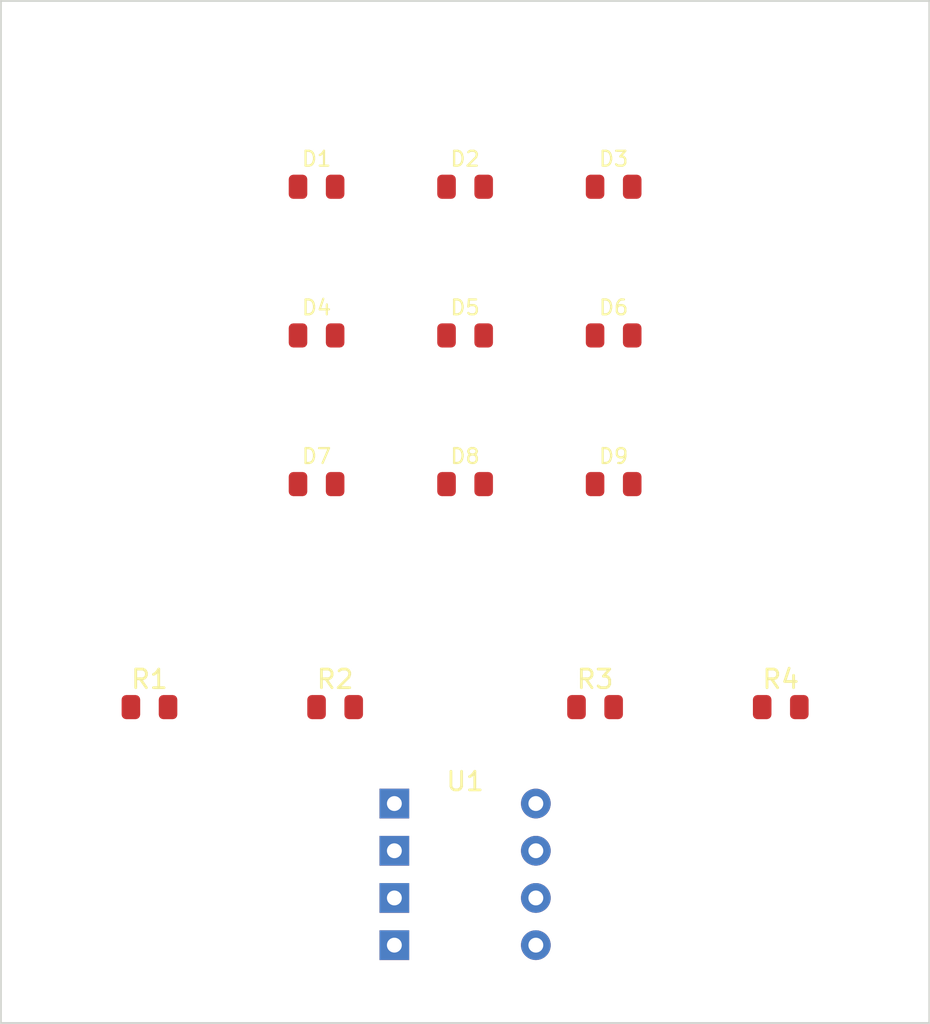
<source format=kicad_pcb>
(kicad_pcb (version 20240108) (generator "kicad-tools-demo") (generator_version "8.0")
  (layers (0 "F.Cu" signal) (31 "B.Cu" signal) (34 "B.Paste" user) (35 "F.Paste" user) (36 "B.SilkS" user "B.Silkscreen") (37 "F.SilkS" user "F.Silkscreen") (38 "B.Mask" user) (39 "F.Mask" user) (44 "Edge.Cuts" user))
  (net 0 "")
  (net 1 "LINE_A")
  (net 2 "LINE_B")
  (net 3 "LINE_C")
  (net 4 "LINE_D")
  (net 5 "NODE_A")
  (net 6 "NODE_B")
  (net 7 "NODE_C")
  (net 8 "NODE_D")
  (net 9 "VCC")
  (net 10 "GND")
  (gr_rect (start 100.0 100.0) (end 150.0 155.0) (stroke (width 0.1)) (fill none) (layer "Edge.Cuts"))
  (footprint "Package_DIP:DIP-8_W7.62mm" (layer "F.Cu") (at 125.0 147.0)
    (fp_text reference "U1" (at 0 -5) (layer "F.SilkS"))
    (fp_text value "MCU")
    (pad "1" thru_hole rect (at -3.810 -3.810) (size 1.6 1.6) (drill 0.8) (layers "*.Cu" "*.Mask") (net 1 "LINE_A"))
    (pad "2" thru_hole rect (at -3.810 -1.270) (size 1.6 1.6) (drill 0.8) (layers "*.Cu" "*.Mask") (net 2 "LINE_B"))
    (pad "3" thru_hole rect (at -3.810 1.270) (size 1.6 1.6) (drill 0.8) (layers "*.Cu" "*.Mask") (net 3 "LINE_C"))
    (pad "4" thru_hole rect (at -3.810 3.810) (size 1.6 1.6) (drill 0.8) (layers "*.Cu" "*.Mask") (net 4 "LINE_D"))
    (pad "5" thru_hole oval (at 3.810 3.810) (size 1.6 1.6) (drill 0.8) (layers "*.Cu" "*.Mask"))
    (pad "6" thru_hole oval (at 3.810 1.270) (size 1.6 1.6) (drill 0.8) (layers "*.Cu" "*.Mask"))
    (pad "7" thru_hole oval (at 3.810 -1.270) (size 1.6 1.6) (drill 0.8) (layers "*.Cu" "*.Mask") (net 9 "VCC"))
    (pad "8" thru_hole oval (at 3.810 -3.810) (size 1.6 1.6) (drill 0.8) (layers "*.Cu" "*.Mask") (net 10 "GND"))
  )
  (footprint "Resistor_SMD:R_0805_2012Metric" (layer "F.Cu") (at 108.0 138.0)
    (fp_text reference "R1" (at 0 -1.5) (layer "F.SilkS"))
    (fp_text value "330R")
    (pad "1" smd roundrect (at -1.0 0) (size 1.0 1.3) (layers "F.Cu" "F.Paste" "F.Mask") (net 1 "LINE_A"))
    (pad "2" smd roundrect (at 1.0 0) (size 1.0 1.3) (layers "F.Cu" "F.Paste" "F.Mask") (net 5 "NODE_A"))
  )
  (footprint "Resistor_SMD:R_0805_2012Metric" (layer "F.Cu") (at 118.0 138.0)
    (fp_text reference "R2" (at 0 -1.5) (layer "F.SilkS"))
    (fp_text value "330R")
    (pad "1" smd roundrect (at -1.0 0) (size 1.0 1.3) (layers "F.Cu" "F.Paste" "F.Mask") (net 2 "LINE_B"))
    (pad "2" smd roundrect (at 1.0 0) (size 1.0 1.3) (layers "F.Cu" "F.Paste" "F.Mask") (net 6 "NODE_B"))
  )
  (footprint "Resistor_SMD:R_0805_2012Metric" (layer "F.Cu") (at 132.0 138.0)
    (fp_text reference "R3" (at 0 -1.5) (layer "F.SilkS"))
    (fp_text value "330R")
    (pad "1" smd roundrect (at -1.0 0) (size 1.0 1.3) (layers "F.Cu" "F.Paste" "F.Mask") (net 3 "LINE_C"))
    (pad "2" smd roundrect (at 1.0 0) (size 1.0 1.3) (layers "F.Cu" "F.Paste" "F.Mask") (net 7 "NODE_C"))
  )
  (footprint "Resistor_SMD:R_0805_2012Metric" (layer "F.Cu") (at 142.0 138.0)
    (fp_text reference "R4" (at 0 -1.5) (layer "F.SilkS"))
    (fp_text value "330R")
    (pad "1" smd roundrect (at -1.0 0) (size 1.0 1.3) (layers "F.Cu" "F.Paste" "F.Mask") (net 4 "LINE_D"))
    (pad "2" smd roundrect (at 1.0 0) (size 1.0 1.3) (layers "F.Cu" "F.Paste" "F.Mask") (net 8 "NODE_D"))
  )
  (footprint "LED_SMD:LED_0805_2012Metric" (layer "F.Cu") (at 117.0 110.0)
    (fp_text reference "D1" (at 0 -1.5) (layer "F.SilkS") (effects (font (size 0.8 0.8) (thickness 0.12))))
    (fp_text value "LED")
    (pad "1" smd roundrect (at -1.0 0) (size 1.0 1.3) (layers "F.Cu" "F.Paste" "F.Mask") (net 6 "NODE_B"))
    (pad "2" smd roundrect (at 1.0 0) (size 1.0 1.3) (layers "F.Cu" "F.Paste" "F.Mask") (net 5 "NODE_A"))
  )
  (footprint "LED_SMD:LED_0805_2012Metric" (layer "F.Cu") (at 125.0 110.0)
    (fp_text reference "D2" (at 0 -1.5) (layer "F.SilkS") (effects (font (size 0.8 0.8) (thickness 0.12))))
    (fp_text value "LED")
    (pad "1" smd roundrect (at -1.0 0) (size 1.0 1.3) (layers "F.Cu" "F.Paste" "F.Mask") (net 5 "NODE_A"))
    (pad "2" smd roundrect (at 1.0 0) (size 1.0 1.3) (layers "F.Cu" "F.Paste" "F.Mask") (net 6 "NODE_B"))
  )
  (footprint "LED_SMD:LED_0805_2012Metric" (layer "F.Cu") (at 133.0 110.0)
    (fp_text reference "D3" (at 0 -1.5) (layer "F.SilkS") (effects (font (size 0.8 0.8) (thickness 0.12))))
    (fp_text value "LED")
    (pad "1" smd roundrect (at -1.0 0) (size 1.0 1.3) (layers "F.Cu" "F.Paste" "F.Mask") (net 7 "NODE_C"))
    (pad "2" smd roundrect (at 1.0 0) (size 1.0 1.3) (layers "F.Cu" "F.Paste" "F.Mask") (net 5 "NODE_A"))
  )
  (footprint "LED_SMD:LED_0805_2012Metric" (layer "F.Cu") (at 117.0 118.0)
    (fp_text reference "D4" (at 0 -1.5) (layer "F.SilkS") (effects (font (size 0.8 0.8) (thickness 0.12))))
    (fp_text value "LED")
    (pad "1" smd roundrect (at -1.0 0) (size 1.0 1.3) (layers "F.Cu" "F.Paste" "F.Mask") (net 5 "NODE_A"))
    (pad "2" smd roundrect (at 1.0 0) (size 1.0 1.3) (layers "F.Cu" "F.Paste" "F.Mask") (net 7 "NODE_C"))
  )
  (footprint "LED_SMD:LED_0805_2012Metric" (layer "F.Cu") (at 125.0 118.0)
    (fp_text reference "D5" (at 0 -1.5) (layer "F.SilkS") (effects (font (size 0.8 0.8) (thickness 0.12))))
    (fp_text value "LED")
    (pad "1" smd roundrect (at -1.0 0) (size 1.0 1.3) (layers "F.Cu" "F.Paste" "F.Mask") (net 8 "NODE_D"))
    (pad "2" smd roundrect (at 1.0 0) (size 1.0 1.3) (layers "F.Cu" "F.Paste" "F.Mask") (net 5 "NODE_A"))
  )
  (footprint "LED_SMD:LED_0805_2012Metric" (layer "F.Cu") (at 133.0 118.0)
    (fp_text reference "D6" (at 0 -1.5) (layer "F.SilkS") (effects (font (size 0.8 0.8) (thickness 0.12))))
    (fp_text value "LED")
    (pad "1" smd roundrect (at -1.0 0) (size 1.0 1.3) (layers "F.Cu" "F.Paste" "F.Mask") (net 5 "NODE_A"))
    (pad "2" smd roundrect (at 1.0 0) (size 1.0 1.3) (layers "F.Cu" "F.Paste" "F.Mask") (net 8 "NODE_D"))
  )
  (footprint "LED_SMD:LED_0805_2012Metric" (layer "F.Cu") (at 117.0 126.0)
    (fp_text reference "D7" (at 0 -1.5) (layer "F.SilkS") (effects (font (size 0.8 0.8) (thickness 0.12))))
    (fp_text value "LED")
    (pad "1" smd roundrect (at -1.0 0) (size 1.0 1.3) (layers "F.Cu" "F.Paste" "F.Mask") (net 7 "NODE_C"))
    (pad "2" smd roundrect (at 1.0 0) (size 1.0 1.3) (layers "F.Cu" "F.Paste" "F.Mask") (net 6 "NODE_B"))
  )
  (footprint "LED_SMD:LED_0805_2012Metric" (layer "F.Cu") (at 125.0 126.0)
    (fp_text reference "D8" (at 0 -1.5) (layer "F.SilkS") (effects (font (size 0.8 0.8) (thickness 0.12))))
    (fp_text value "LED")
    (pad "1" smd roundrect (at -1.0 0) (size 1.0 1.3) (layers "F.Cu" "F.Paste" "F.Mask") (net 6 "NODE_B"))
    (pad "2" smd roundrect (at 1.0 0) (size 1.0 1.3) (layers "F.Cu" "F.Paste" "F.Mask") (net 7 "NODE_C"))
  )
  (footprint "LED_SMD:LED_0805_2012Metric" (layer "F.Cu") (at 133.0 126.0)
    (fp_text reference "D9" (at 0 -1.5) (layer "F.SilkS") (effects (font (size 0.8 0.8) (thickness 0.12))))
    (fp_text value "LED")
    (pad "1" smd roundrect (at -1.0 0) (size 1.0 1.3) (layers "F.Cu" "F.Paste" "F.Mask") (net 8 "NODE_D"))
    (pad "2" smd roundrect (at 1.0 0) (size 1.0 1.3) (layers "F.Cu" "F.Paste" "F.Mask") (net 6 "NODE_B"))
  )
)
</source>
